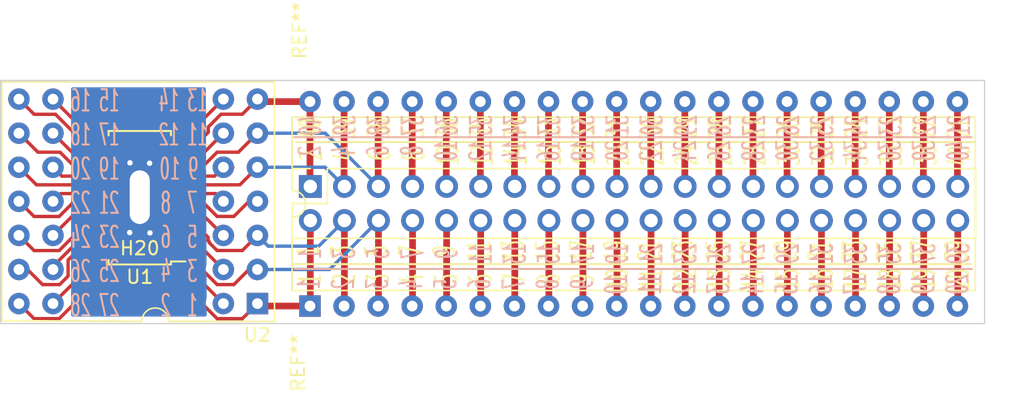
<source format=kicad_pcb>
(kicad_pcb (version 20211014) (generator pcbnew)
  (layers (0 "F.Cu" signal) (31 "B.Cu" signal) (34 "B.Paste" user) (35 "F.Paste" user) (36 "B.SilkS" user "B.Silkscreen") (37 "F.SilkS" user "F.Silkscreen") (38 "B.Mask" user) (39 "F.Mask" user) (44 "Edge.Cuts" user))
  (net 0 "")
  (net 1 "GND")
  (net 2 "LSS")
  (net 3 "VIN")
  (net 4 "/SHA")
  (net 5 "/BSTA")
  (net 6 "/SHB")
  (net 7 "/SHC")
  (net 8 "/BSTB")
  (net 9 "/BSTC")
  (net 10 "/CPB")
  (net 11 "/CPA")
  (net 12 "/GHA")
  (net 13 "/GLA")
  (net 14 "/GHB")
  (net 15 "/GLB")
  (net 16 "/GHC")
  (net 17 "/GLC")
  (net 18 "/HA")
  (net 19 "/HB")
  (net 20 "/HC")
  (net 21 "/VREG")
  (net 22 "/nBRAKE")
  (net 23 "/PWM")
  (net 24 "/DIR")
  (net 25 "/nFAULT")
  (net 26 "/nSLEEP")
  (net 27 "/OCREF")
  (net 28 "/DT")
  (footprint "Connector_PinSocket_2.54mm:PinSocket_2x20_P2.54mm_Vertical" (layer "F.Cu") (at 50.75 45.31 90)
    (fp_text reference "REF**" (at 11.63 -0.79 90) (layer "F.SilkS"))
    (fp_text value "PinSocket_2x20_P2.54mm_Vertical")
    (fp_line (start -3.87 -1.33) (end -1.27 -1.33) (layer "F.SilkS") (width 0.12))
    (fp_line (start 1.33 1.27) (end 1.33 49.59) (layer "F.SilkS") (width 0.12))
    (fp_line (start -3.87 -1.33) (end -3.87 49.59) (layer "F.SilkS") (width 0.12))
    (fp_line (start -1.27 1.27) (end 1.33 1.27) (layer "F.SilkS") (width 0.12))
    (fp_line (start -1.27 -1.33) (end -1.27 1.27) (layer "F.SilkS") (width 0.12))
    (fp_line (start 0 -1.33) (end 1.33 -1.33) (layer "F.SilkS") (width 0.12))
    (fp_line (start -3.87 49.59) (end 1.33 49.59) (layer "F.SilkS") (width 0.12))
    (fp_line (start 1.33 -1.33) (end 1.33 0) (layer "F.SilkS") (width 0.12))
    (pad "1" thru_hole rect (at 0 0 90) (size 1.7 1.7) (drill 1) (layers *.Cu *.Mask))
    (pad "2" thru_hole oval (at -2.54 0 90) (size 1.7 1.7) (drill 1) (layers *.Cu *.Mask))
    (pad "3" thru_hole oval (at 0 2.54 90) (size 1.7 1.7) (drill 1) (layers *.Cu *.Mask) (net 15 "/GLB"))
    (pad "4" thru_hole oval (at -2.54 2.54 90) (size 1.7 1.7) (drill 1) (layers *.Cu *.Mask) (net 13 "/GLA"))
    (pad "5" thru_hole oval (at 0 5.08 90) (size 1.7 1.7) (drill 1) (layers *.Cu *.Mask) (net 7 "/SHC"))
    (pad "6" thru_hole oval (at -2.54 5.08 90) (size 1.7 1.7) (drill 1) (layers *.Cu *.Mask) (net 4 "/SHA"))
    (pad "7" thru_hole oval (at 0 7.62 90) (size 1.7 1.7) (drill 1) (layers *.Cu *.Mask))
    (pad "8" thru_hole oval (at -2.54 7.62 90) (size 1.7 1.7) (drill 1) (layers *.Cu *.Mask))
    (pad "9" thru_hole oval (at 0 10.16 90) (size 1.7 1.7) (drill 1) (layers *.Cu *.Mask))
    (pad "10" thru_hole oval (at -2.54 10.16 90) (size 1.7 1.7) (drill 1) (layers *.Cu *.Mask))
    (pad "11" thru_hole oval (at 0 12.7 90) (size 1.7 1.7) (drill 1) (layers *.Cu *.Mask))
    (pad "12" thru_hole oval (at -2.54 12.7 90) (size 1.7 1.7) (drill 1) (layers *.Cu *.Mask))
    (pad "13" thru_hole oval (at 0 15.24 90) (size 1.7 1.7) (drill 1) (layers *.Cu *.Mask))
    (pad "14" thru_hole oval (at -2.54 15.24 90) (size 1.7 1.7) (drill 1) (layers *.Cu *.Mask))
    (pad "15" thru_hole oval (at 0 17.78 90) (size 1.7 1.7) (drill 1) (layers *.Cu *.Mask))
    (pad "16" thru_hole oval (at -2.54 17.78 90) (size 1.7 1.7) (drill 1) (layers *.Cu *.Mask))
    (pad "17" thru_hole oval (at 0 20.32 90) (size 1.7 1.7) (drill 1) (layers *.Cu *.Mask))
    (pad "18" thru_hole oval (at -2.54 20.32 90) (size 1.7 1.7) (drill 1) (layers *.Cu *.Mask))
    (pad "19" thru_hole oval (at 0 22.86 90) (size 1.7 1.7) (drill 1) (layers *.Cu *.Mask))
    (pad "20" thru_hole oval (at -2.54 22.86 90) (size 1.7 1.7) (drill 1) (layers *.Cu *.Mask))
    (pad "21" thru_hole oval (at 0 25.4 90) (size 1.7 1.7) (drill 1) (layers *.Cu *.Mask))
    (pad "22" thru_hole oval (at -2.54 25.4 90) (size 1.7 1.7) (drill 1) (layers *.Cu *.Mask))
    (pad "23" thru_hole oval (at 0 27.94 90) (size 1.7 1.7) (drill 1) (layers *.Cu *.Mask))
    (pad "24" thru_hole oval (at -2.54 27.94 90) (size 1.7 1.7) (drill 1) (layers *.Cu *.Mask))
    (pad "25" thru_hole oval (at 0 30.48 90) (size 1.7 1.7) (drill 1) (layers *.Cu *.Mask))
    (pad "26" thru_hole oval (at -2.54 30.48 90) (size 1.7 1.7) (drill 1) (layers *.Cu *.Mask))
    (pad "27" thru_hole oval (at 0 33.02 90) (size 1.7 1.7) (drill 1) (layers *.Cu *.Mask))
    (pad "28" thru_hole oval (at -2.54 33.02 90) (size 1.7 1.7) (drill 1) (layers *.Cu *.Mask))
    (pad "29" thru_hole oval (at 0 35.56 90) (size 1.7 1.7) (drill 1) (layers *.Cu *.Mask))
    (pad "30" thru_hole oval (at -2.54 35.56 90) (size 1.7 1.7) (drill 1) (layers *.Cu *.Mask))
    (pad "31" thru_hole oval (at 0 38.1 90) (size 1.7 1.7) (drill 1) (layers *.Cu *.Mask))
    (pad "32" thru_hole oval (at -2.54 38.1 90) (size 1.7 1.7) (drill 1) (layers *.Cu *.Mask))
    (pad "33" thru_hole oval (at 0 40.64 90) (size 1.7 1.7) (drill 1) (layers *.Cu *.Mask))
    (pad "34" thru_hole oval (at -2.54 40.64 90) (size 1.7 1.7) (drill 1) (layers *.Cu *.Mask))
    (pad "35" thru_hole oval (at 0 43.18 90) (size 1.7 1.7) (drill 1) (layers *.Cu *.Mask))
    (pad "36" thru_hole oval (at -2.54 43.18 90) (size 1.7 1.7) (drill 1) (layers *.Cu *.Mask))
    (pad "37" thru_hole oval (at 0 45.72 90) (size 1.7 1.7) (drill 1) (layers *.Cu *.Mask))
    (pad "38" thru_hole oval (at -2.54 45.72 90) (size 1.7 1.7) (drill 1) (layers *.Cu *.Mask))
    (pad "39" thru_hole oval (at 0 48.26 90) (size 1.7 1.7) (drill 1) (layers *.Cu *.Mask))
    (pad "40" thru_hole oval (at -2.54 48.26 90) (size 1.7 1.7) (drill 1) (layers *.Cu *.Mask))
  )
  (footprint "Package_SO:TSSOP-28-1EP_4.4x9.7mm_P0.65mm" (layer "F.Cu") (at 38.037991 46.15025 180)
    (fp_text reference "U1" (at 0 -5.9) (layer "F.SilkS"))
    (fp_text value "MP6532")
    (fp_line (start -2.325 -4.75) (end -3.4 -4.75) (layer "F.SilkS") (width 0.15))
    (fp_line (start -2.325 4.975) (end -2.325 4.65) (layer "F.SilkS") (width 0.15))
    (fp_line (start 2.325 4.975) (end 2.325 4.65) (layer "F.SilkS") (width 0.15))
    (fp_line (start -2.325 -4.975) (end 2.325 -4.975) (layer "F.SilkS") (width 0.15))
    (fp_line (start -2.325 4.975) (end 2.325 4.975) (layer "F.SilkS") (width 0.15))
    (fp_line (start 2.325 -4.975) (end 2.325 -4.65) (layer "F.SilkS") (width 0.15))
    (fp_line (start -2.325 -4.975) (end -2.325 -4.75) (layer "F.SilkS") (width 0.15))
    (pad "1" smd rect (at -2.85 -4.225 180) (size 1.1 0.4) (layers "F.Cu" "F.Paste" "F.Mask") (net 21 "/VREG"))
    (pad "2" smd rect (at -2.85 -3.575 180) (size 1.1 0.4) (layers "F.Cu" "F.Paste" "F.Mask") (net 5 "/BSTA"))
    (pad "3" smd rect (at -2.85 -2.925 180) (size 1.1 0.4) (layers "F.Cu" "F.Paste" "F.Mask") (net 4 "/SHA"))
    (pad "4" smd rect (at -2.85 -2.275 180) (size 1.1 0.4) (layers "F.Cu" "F.Paste" "F.Mask") (net 12 "/GHA"))
    (pad "5" smd rect (at -2.85 -1.625 180) (size 1.1 0.4) (layers "F.Cu" "F.Paste" "F.Mask") (net 13 "/GLA"))
    (pad "6" smd rect (at -2.85 -0.975 180) (size 1.1 0.4) (layers "F.Cu" "F.Paste" "F.Mask") (net 8 "/BSTB"))
    (pad "7" smd rect (at -2.85 -0.325 180) (size 1.1 0.4) (layers "F.Cu" "F.Paste" "F.Mask") (net 6 "/SHB"))
    (pad "8" smd rect (at -2.85 0.325 180) (size 1.1 0.4) (layers "F.Cu" "F.Paste" "F.Mask") (net 14 "/GHB"))
    (pad "9" smd rect (at -2.85 0.975 180) (size 1.1 0.4) (layers "F.Cu" "F.Paste" "F.Mask") (net 15 "/GLB"))
    (pad "10" smd rect (at -2.85 1.625 180) (size 1.1 0.4) (layers "F.Cu" "F.Paste" "F.Mask") (net 9 "/BSTC"))
    (pad "11" smd rect (at -2.85 2.275 180) (size 1.1 0.4) (layers "F.Cu" "F.Paste" "F.Mask") (net 7 "/SHC"))
    (pad "12" smd rect (at -2.85 2.925 180) (size 1.1 0.4) (layers "F.Cu" "F.Paste" "F.Mask") (net 16 "/GHC"))
    (pad "13" smd rect (at -2.85 3.575 180) (size 1.1 0.4) (layers "F.Cu" "F.Paste" "F.Mask") (net 17 "/GLC"))
    (pad "14" smd rect (at -2.85 4.225 180) (size 1.1 0.4) (layers "F.Cu" "F.Paste" "F.Mask") (net 2 "LSS"))
    (pad "15" smd rect (at 2.85 4.225 180) (size 1.1 0.4) (layers "F.Cu" "F.Paste" "F.Mask") (net 20 "/HC"))
    (pad "16" smd rect (at 2.85 3.575 180) (size 1.1 0.4) (layers "F.Cu" "F.Paste" "F.Mask") (net 19 "/HB"))
    (pad "17" smd rect (at 2.85 2.925 180) (size 1.1 0.4) (layers "F.Cu" "F.Paste" "F.Mask") (net 18 "/HA"))
    (pad "18" smd rect (at 2.85 2.275 180) (size 1.1 0.4) (layers "F.Cu" "F.Paste" "F.Mask") (net 22 "/nBRAKE"))
    (pad "19" smd rect (at 2.85 1.625 180) (size 1.1 0.4) (layers "F.Cu" "F.Paste" "F.Mask") (net 23 "/PWM"))
    (pad "20" smd rect (at 2.85 0.975 180) (size 1.1 0.4) (layers "F.Cu" "F.Paste" "F.Mask") (net 24 "/DIR"))
    (pad "21" smd rect (at 2.85 0.325 180) (size 1.1 0.4) (layers "F.Cu" "F.Paste" "F.Mask") (net 25 "/nFAULT"))
    (pad "22" smd rect (at 2.85 -0.325 180) (size 1.1 0.4) (layers "F.Cu" "F.Paste" "F.Mask") (net 26 "/nSLEEP"))
    (pad "23" smd rect (at 2.85 -0.975 180) (size 1.1 0.4) (layers "F.Cu" "F.Paste" "F.Mask") (net 27 "/OCREF"))
    (pad "24" smd rect (at 2.85 -1.625 180) (size 1.1 0.4) (layers "F.Cu" "F.Paste" "F.Mask") (net 28 "/DT"))
    (pad "25" smd rect (at 2.85 -2.275 180) (size 1.1 0.4) (layers "F.Cu" "F.Paste" "F.Mask") (net 1 "GND"))
    (pad "26" smd rect (at 2.85 -2.925 180) (size 1.1 0.4) (layers "F.Cu" "F.Paste" "F.Mask") (net 3 "VIN"))
    (pad "27" smd rect (at 2.85 -3.575 180) (size 1.1 0.4) (layers "F.Cu" "F.Paste" "F.Mask") (net 11 "/CPA"))
    (pad "28" smd rect (at 2.85 -4.225 180) (size 1.1 0.4) (layers "F.Cu" "F.Paste" "F.Mask") (net 10 "/CPB"))
    (pad "29" smd rect (at -0.6 0.77125 180) (size 1.2 1.5425) (layers "F.Cu" "F.Paste" "F.Mask") (net 1 "GND"))
    (pad "29" smd rect (at -0.6 2.31375 180) (size 1.2 1.5425) (layers "F.Cu" "F.Paste" "F.Mask") (net 1 "GND"))
    (pad "29" smd rect (at -0.6 -0.77125 180) (size 1.2 1.5425) (layers "F.Cu" "F.Paste" "F.Mask") (net 1 "GND"))
    (pad "29" smd rect (at 0.6 -0.77125 180) (size 1.2 1.5425) (layers "F.Cu" "F.Paste" "F.Mask") (net 1 "GND"))
    (pad "29" smd rect (at -0.6 -2.31375 180) (size 1.2 1.5425) (layers "F.Cu" "F.Paste" "F.Mask") (net 1 "GND"))
    (pad "29" smd rect (at 0.6 2.31375 180) (size 1.2 1.5425) (layers "F.Cu" "F.Paste" "F.Mask") (net 1 "GND"))
    (pad "29" smd rect (at 0.6 -2.31375 180) (size 1.2 1.5425) (layers "F.Cu" "F.Paste" "F.Mask") (net 1 "GND"))
    (pad "29" smd rect (at 0.6 0.77125 180) (size 1.2 1.5425) (layers "F.Cu" "F.Paste" "F.Mask") (net 1 "GND"))
  )
  (footprint "Library:28-pin-deca" (layer "F.Cu") (at 46.809991 54.039 180)
    (fp_text reference "U2" (at 0.022 -2.33) (layer "F.SilkS"))
    (fp_text value "MP6532")
    (fp_line (start 19.05 16.51) (end 19.05 -1.27) (layer "F.SilkS") (width 0.12))
    (fp_line (start 6.62 -1.33) (end -1.27 -1.33) (layer "F.SilkS") (width 0.12))
    (fp_line (start -1.27 -1.33) (end -1.27 16.51) (layer "F.SilkS") (width 0.12))
    (fp_line (start 19.05 -1.27) (end 8.62 -1.33) (layer "F.SilkS") (width 0.12))
    (fp_line (start -1.27 16.51) (end 19.05 16.51) (layer "F.SilkS") (width 0.12))
    (fp_arc (start 8.62 -1.33) (mid 7.62 -0.33) (end 6.62 -1.33) (layer "F.SilkS") (width 0.12))
    (pad "1" thru_hole rect (at 0 0 180) (size 1.6 1.6) (drill 0.8) (layers *.Cu *.Mask) (net 21 "/VREG"))
    (pad "2" thru_hole oval (at 2.54 0 180) (size 1.6 1.6) (drill 0.8) (layers *.Cu *.Mask) (net 5 "/BSTA"))
    (pad "3" thru_hole oval (at 0 2.54 180) (size 1.6 1.6) (drill 0.8) (layers *.Cu *.Mask) (net 4 "/SHA"))
    (pad "4" thru_hole oval (at 2.54 2.54 180) (size 1.6 1.6) (drill 0.8) (layers *.Cu *.Mask) (net 12 "/GHA"))
    (pad "5" thru_hole oval (at 0 5.08 180) (size 1.6 1.6) (drill 0.8) (layers *.Cu *.Mask) (net 13 "/GLA"))
    (pad "6" thru_hole oval (at 2.54 5.08 180) (size 1.6 1.6) (drill 0.8) (layers *.Cu *.Mask) (net 8 "/BSTB"))
    (pad "7" thru_hole oval (at 0 7.62 180) (size 1.6 1.6) (drill 0.8) (layers *.Cu *.Mask) (net 6 "/SHB"))
    (pad "8" thru_hole oval (at 2.54 7.62 180) (size 1.6 1.6) (drill 0.8) (layers *.Cu *.Mask) (net 14 "/GHB"))
    (pad "9" thru_hole oval (at 0 10.16 180) (size 1.6 1.6) (drill 0.8) (layers *.Cu *.Mask) (net 15 "/GLB"))
    (pad "10" thru_hole oval (at 2.54 10.16 180) (size 1.6 1.6) (drill 0.8) (layers *.Cu *.Mask) (net 9 "/BSTC"))
    (pad "11" thru_hole oval (at 0 12.7 180) (size 1.6 1.6) (drill 0.8) (layers *.Cu *.Mask) (net 7 "/SHC"))
    (pad "12" thru_hole oval (at 2.54 12.7 180) (size 1.6 1.6) (drill 0.8) (layers *.Cu *.Mask) (net 16 "/GHC"))
    (pad "13" thru_hole oval (at 0 15.24 180) (size 1.6 1.6) (drill 0.8) (layers *.Cu *.Mask) (net 17 "/GLC"))
    (pad "14" thru_hole oval (at 2.54 15.24 180) (size 1.6 1.6) (drill 0.8) (layers *.Cu *.Mask) (net 2 "LSS"))
    (pad "15" thru_hole oval (at 15.24 15.24 180) (size 1.6 1.6) (drill 0.8) (layers *.Cu *.Mask) (net 20 "/HC"))
    (pad "16" thru_hole oval (at 17.78 15.24 180) (size 1.6 1.6) (drill 0.8) (layers *.Cu *.Mask) (net 19 "/HB"))
    (pad "17" thru_hole oval (at 15.24 12.7 180) (size 1.6 1.6) (drill 0.8) (layers *.Cu *.Mask) (net 18 "/HA"))
    (pad "18" thru_hole oval (at 17.78 12.7 180) (size 1.6 1.6) (drill 0.8) (layers *.Cu *.Mask) (net 22 "/nBRAKE"))
    (pad "19" thru_hole oval (at 15.24 10.16 180) (size 1.6 1.6) (drill 0.8) (layers *.Cu *.Mask) (net 23 "/PWM"))
    (pad "20" thru_hole oval (at 17.78 10.16 180) (size 1.6 1.6) (drill 0.8) (layers *.Cu *.Mask) (net 24 "/DIR"))
    (pad "21" thru_hole oval (at 15.24 7.62 180) (size 1.6 1.6) (drill 0.8) (layers *.Cu *.Mask) (net 25 "/nFAULT"))
    (pad "22" thru_hole oval (at 17.78 7.62 180) (size 1.6 1.6) (drill 0.8) (layers *.Cu *.Mask) (net 26 "/nSLEEP"))
    (pad "23" thru_hole oval (at 15.24 5.08 180) (size 1.6 1.6) (drill 0.8) (layers *.Cu *.Mask) (net 27 "/OCREF"))
    (pad "24" thru_hole oval (at 17.78 5.08 180) (size 1.6 1.6) (drill 0.8) (layers *.Cu *.Mask) (net 28 "/DT"))
    (pad "25" thru_hole oval (at 15.24 2.54 180) (size 1.6 1.6) (drill 0.8) (layers *.Cu *.Mask) (net 1 "GND"))
    (pad "26" thru_hole oval (at 17.78 2.54 180) (size 1.6 1.6) (drill 0.8) (layers *.Cu *.Mask) (net 3 "VIN"))
    (pad "27" thru_hole oval (at 15.24 0 180) (size 1.6 1.6) (drill 0.8) (layers *.Cu *.Mask) (net 11 "/CPA"))
    (pad "28" thru_hole oval (at 17.78 0 180) (size 1.6 1.6) (drill 0.8) (layers *.Cu *.Mask) (net 10 "/CPB"))
  )
  (footprint "Connector_Pin:Pin_D1.2mm_L10.2mm_W2.9mm_FlatFork" (layer "F.Cu") (at 38.037991 46.109)
    (fp_text reference "H20" (at 0 3.81) (layer "F.SilkS"))
    (fp_text value "MountingHole_Pad" hide)
    (pad "1" thru_hole oval (at 0 0) (size 2 4.5) (drill oval 1.5 4) (layers *.Cu *.Mask) (net 1 "GND"))
  )
  (footprint "Package_DIP:DIP-40_W15.24mm" (layer "F.Cu") (at 50.725 54.225 90)
    (fp_text reference "REF**" (at -4.235 -0.905 90) (layer "F.SilkS"))
    (fp_text value "DIP-40_W15.24mm")
    (fp_line (start 14.08 -1.33) (end 8.62 -1.33) (layer "F.SilkS") (width 0.12))
    (fp_line (start 6.62 -1.33) (end 1.16 -1.33) (layer "F.SilkS") (width 0.12))
    (fp_line (start 1.16 49.59) (end 14.08 49.59) (layer "F.SilkS") (width 0.12))
    (fp_line (start 1.16 -1.33) (end 1.16 49.59) (layer "F.SilkS") (width 0.12))
    (fp_line (start 14.08 49.59) (end 14.08 -1.33) (layer "F.SilkS") (width 0.12))
    (fp_arc (start 8.62 -1.33) (mid 7.62 -0.33) (end 6.62 -1.33) (layer "F.SilkS") (width 0.12))
    (pad "1" thru_hole rect (at 0 0 90) (size 1.6 1.6) (drill 0.8) (layers *.Cu *.Mask) (net 21 "/VREG"))
    (pad "2" thru_hole oval (at 0 2.54 90) (size 1.6 1.6) (drill 0.8) (layers *.Cu *.Mask))
    (pad "3" thru_hole oval (at 0 5.08 90) (size 1.6 1.6) (drill 0.8) (layers *.Cu *.Mask))
    (pad "4" thru_hole oval (at 0 7.62 90) (size 1.6 1.6) (drill 0.8) (layers *.Cu *.Mask))
    (pad "5" thru_hole oval (at 0 10.16 90) (size 1.6 1.6) (drill 0.8) (layers *.Cu *.Mask))
    (pad "6" thru_hole oval (at 0 12.7 90) (size 1.6 1.6) (drill 0.8) (layers *.Cu *.Mask))
    (pad "7" thru_hole oval (at 0 15.24 90) (size 1.6 1.6) (drill 0.8) (layers *.Cu *.Mask))
    (pad "8" thru_hole oval (at 0 17.78 90) (size 1.6 1.6) (drill 0.8) (layers *.Cu *.Mask))
    (pad "9" thru_hole oval (at 0 20.32 90) (size 1.6 1.6) (drill 0.8) (layers *.Cu *.Mask))
    (pad "10" thru_hole oval (at 0 22.86 90) (size 1.6 1.6) (drill 0.8) (layers *.Cu *.Mask))
    (pad "11" thru_hole oval (at 0 25.4 90) (size 1.6 1.6) (drill 0.8) (layers *.Cu *.Mask))
    (pad "12" thru_hole oval (at 0 27.94 90) (size 1.6 1.6) (drill 0.8) (layers *.Cu *.Mask))
    (pad "13" thru_hole oval (at 0 30.48 90) (size 1.6 1.6) (drill 0.8) (layers *.Cu *.Mask))
    (pad "14" thru_hole oval (at 0 33.02 90) (size 1.6 1.6) (drill 0.8) (layers *.Cu *.Mask))
    (pad "15" thru_hole oval (at 0 35.56 90) (size 1.6 1.6) (drill 0.8) (layers *.Cu *.Mask))
    (pad "16" thru_hole oval (at 0 38.1 90) (size 1.6 1.6) (drill 0.8) (layers *.Cu *.Mask))
    (pad "17" thru_hole oval (at 0 40.64 90) (size 1.6 1.6) (drill 0.8) (layers *.Cu *.Mask))
    (pad "18" thru_hole oval (at 0 43.18 90) (size 1.6 1.6) (drill 0.8) (layers *.Cu *.Mask))
    (pad "19" thru_hole oval (at 0 45.72 90) (size 1.6 1.6) (drill 0.8) (layers *.Cu *.Mask))
    (pad "20" thru_hole oval (at 0 48.26 90) (size 1.6 1.6) (drill 0.8) (layers *.Cu *.Mask))
    (pad "21" thru_hole oval (at 15.24 48.26 90) (size 1.6 1.6) (drill 0.8) (layers *.Cu *.Mask))
    (pad "22" thru_hole oval (at 15.24 45.72 90) (size 1.6 1.6) (drill 0.8) (layers *.Cu *.Mask))
    (pad "23" thru_hole oval (at 15.24 43.18 90) (size 1.6 1.6) (drill 0.8) (layers *.Cu *.Mask))
    (pad "24" thru_hole oval (at 15.24 40.64 90) (size 1.6 1.6) (drill 0.8) (layers *.Cu *.Mask))
    (pad "25" thru_hole oval (at 15.24 38.1 90) (size 1.6 1.6) (drill 0.8) (layers *.Cu *.Mask))
    (pad "26" thru_hole oval (at 15.24 35.56 90) (size 1.6 1.6) (drill 0.8) (layers *.Cu *.Mask))
    (pad "27" thru_hole oval (at 15.24 33.02 90) (size 1.6 1.6) (drill 0.8) (layers *.Cu *.Mask))
    (pad "28" thru_hole oval (at 15.24 30.48 90) (size 1.6 1.6) (drill 0.8) (layers *.Cu *.Mask))
    (pad "29" thru_hole oval (at 15.24 27.94 90) (size 1.6 1.6) (drill 0.8) (layers *.Cu *.Mask))
    (pad "30" thru_hole oval (at 15.24 25.4 90) (size 1.6 1.6) (drill 0.8) (layers *.Cu *.Mask))
    (pad "31" thru_hole oval (at 15.24 22.86 90) (size 1.6 1.6) (drill 0.8) (layers *.Cu *.Mask))
    (pad "32" thru_hole oval (at 15.24 20.32 90) (size 1.6 1.6) (drill 0.8) (layers *.Cu *.Mask))
    (pad "33" thru_hole oval (at 15.24 17.78 90) (size 1.6 1.6) (drill 0.8) (layers *.Cu *.Mask))
    (pad "34" thru_hole oval (at 15.24 15.24 90) (size 1.6 1.6) (drill 0.8) (layers *.Cu *.Mask))
    (pad "35" thru_hole oval (at 15.24 12.7 90) (size 1.6 1.6) (drill 0.8) (layers *.Cu *.Mask))
    (pad "36" thru_hole oval (at 15.24 10.16 90) (size 1.6 1.6) (drill 0.8) (layers *.Cu *.Mask))
    (pad "37" thru_hole oval (at 15.24 7.62 90) (size 1.6 1.6) (drill 0.8) (layers *.Cu *.Mask))
    (pad "38" thru_hole oval (at 15.24 5.08 90) (size 1.6 1.6) (drill 0.8) (layers *.Cu *.Mask))
    (pad "39" thru_hole oval (at 15.24 2.54 90) (size 1.6 1.6) (drill 0.8) (layers *.Cu *.Mask))
    (pad "40" thru_hole oval (at 15.24 0 90) (size 1.6 1.6) (drill 0.8) (layers *.Cu *.Mask) (net 17 "/GLC"))
  )
  (gr_line (start 49.57 51.46) (end 100.07 51.46) (layer "B.SilkS") (width 0.15))
  (gr_line (start 49.54 41.64) (end 100.04 41.64) (layer "B.SilkS") (width 0.15))
  (gr_line (start 49.5 51.1) (end 100 51.1) (layer "F.SilkS") (width 0.15))
  (gr_line (start 49.7 42) (end 100.2 42) (layer "F.SilkS") (width 0.15))
  (gr_rect (start 27.67 37.41) (end 101.01 55.53) (layer "Edge.Cuts") (width 0.1) (fill none))
  (gr_text "13 14\n11 12\n 9 10\n 7  8\n 5  6\n 3  4\n 1  2" (at 41.27 46.55) (layer "B.SilkS") (effects (font (size 1.58 0.8)) (justify mirror)))
  (gr_text "1\n2\n3\n4\n5\n6\n7\n8\n9\n10\n11\n12\n13\n14\n15\n16\n17\n18\n19\n20" (at 74.83 52.59 90) (layer "B.SilkS") (effects (font (size 1.58 0.8)) (justify mirror)))
  (gr_text "1\n3\n5\n7\n9\n11\n13\n15\n17\n19\n21\n23\n25\n27\n29\n31\n33\n35\n37\n39" (at 74.92 50.33 90) (layer "B.SilkS") (effects (font (size 1.58 0.8)) (justify mirror)))
  (gr_text "15 16\n17 18\n19 20\n21 22\n23 24\n25 26\n27 28" (at 34.69 46.55) (layer "B.SilkS") (effects (font (size 1.58 0.8)) (justify mirror)))
  (gr_text "2\n4\n6\n8\n10\n12\n14\n16\n18\n20\n22\n24\n26\n28\n30\n32\n34\n36\n38\n40" (at 74.89 42.65 90) (layer "B.SilkS") (effects (font (size 1.58 0.8)) (justify mirror)))
  (gr_text "40\n39\n38\n37\n36\n35\n34\n33\n32\n31\n30\n29\n28\n27\n26\n25\n24\n23\n22\n21" (at 74.95 40.76 90) (layer "B.SilkS") (effects (font (size 1.58 0.8)) (justify mirror)))
  (gr_text "40\n39\n38\n37\n36\n35\n34\n33\n32\n31\n30\n29\n28\n27\n26\n25\n24\n23\n22\n21" (at 74.94 40.97 90) (layer "F.SilkS") (effects (font (size 1.58 0.8))))
  (gr_text "1\n3\n5\n7\n9\n11\n13\n15\n17\n19\n21\n23\n25\n27\n29\n31\n33\n35\n37\n39" (at 74.76 50.09 90) (layer "F.SilkS") (effects (font (size 1.58 0.8))))
  (gr_text "1\n2\n3\n4\n5\n6\n7\n8\n9\n10\n11\n12\n13\n14\n15\n16\n17\n18\n19\n20" (at 74.9 52.2 90) (layer "F.SilkS") (effects (font (size 1.58 0.8))))
  (gr_text "2\n4\n6\n8\n10\n12\n14\n16\n18\n20\n22\n24\n26\n28\n30\n32\n34\n36\n38\n40" (at 75 43 90) (layer "F.SilkS") (effects (font (size 1.58 0.8))))
  (segment (start 99.01 54.2) (end 98.985 54.225) (width 0.5) (layer "F.Cu") (net 0))
  (segment (start 71.045 38.985) (end 71.045 45.285) (width 0.5) (layer "F.Cu") (net 0))
  (segment (start 73.585 38.985) (end 73.585 45.285) (width 0.5) (layer "F.Cu") (net 0))
  (segment (start 68.505 38.985) (end 68.505 45.285) (width 0.5) (layer "F.Cu") (net 0))
  (segment (start 58.345 45.285) (end 58.37 45.31) (width 0.5) (layer "F.Cu") (net 0))
  (segment (start 68.53 47.85) (end 68.53 54.2) (width 0.5) (layer "F.Cu") (net 0))
  (segment (start 96.47 54.2) (end 96.445 54.225) (width 0.5) (layer "F.Cu") (net 0))
  (segment (start 81.23 54.2) (end 81.205 54.225) (width 0.5) (layer "F.Cu") (net 0))
  (segment (start 65.965 38.985) (end 65.965 45.285) (width 0.5) (layer "F.Cu") (net 0))
  (segment (start 73.61 47.85) (end 73.61 54.2) (width 0.5) (layer "F.Cu") (net 0))
  (segment (start 68.505 45.285) (end 68.53 45.31) (width 0.5) (layer "F.Cu") (net 0))
  (segment (start 60.885 38.985) (end 60.885 45.285) (width 0.5) (layer "F.Cu") (net 0))
  (segment (start 78.69 47.85) (end 78.69 54.2) (width 0.5) (layer "F.Cu") (net 0))
  (segment (start 88.825 38.985) (end 88.825 45.285) (width 0.5) (layer "F.Cu") (net 0))
  (segment (start 83.77 54.2) (end 83.745 54.225) (width 0.5) (layer "F.Cu") (net 0))
  (segment (start 78.665 45.285) (end 78.69 45.31) (width 0.5) (layer "F.Cu") (net 0))
  (segment (start 78.665 38.985) (end 78.665 45.285) (width 0.5) (layer "F.Cu") (net 0))
  (segment (start 83.745 38.985) (end 83.745 45.285) (width 0.5) (layer "F.Cu") (net 0))
  (segment (start 86.285 45.285) (end 86.31 45.31) (width 0.5) (layer "F.Cu") (net 0))
  (segment (start 65.965 45.285) (end 65.99 45.31) (width 0.5) (layer "F.Cu") (net 0))
  (segment (start 96.445 45.285) (end 96.47 45.31) (width 0.5) (layer "F.Cu") (net 0))
  (segment (start 63.425 45.285) (end 63.45 45.31) (width 0.5) (layer "F.Cu") (net 0))
  (segment (start 76.125 38.985) (end 76.125 45.285) (width 0.5) (layer "F.Cu") (net 0))
  (segment (start 60.885 45.285) (end 60.91 45.31) (width 0.5) (layer "F.Cu") (net 0))
  (segment (start 63.45 54.2) (end 63.425 54.225) (width 0.5) (layer "F.Cu") (net 0))
  (segment (start 71.07 54.2) (end 71.045 54.225) (width 0.5) (layer "F.Cu") (net 0))
  (segment (start 65.99 54.2) (end 65.965 54.225) (width 0.5) (layer "F.Cu") (net 0))
  (segment (start 83.745 45.285) (end 83.77 45.31) (width 0.5) (layer "F.Cu") (net 0))
  (segment (start 73.61 54.2) (end 73.585 54.225) (width 0.5) (layer "F.Cu") (net 0))
  (segment (start 60.91 54.2) (end 60.885 54.225) (width 0.5) (layer "F.Cu") (net 0))
  (segment (start 68.53 54.2) (end 68.505 54.225) (width 0.5) (layer "F.Cu") (net 0))
  (segment (start 78.69 54.2) (end 78.665 54.225) (width 0.5) (layer "F.Cu") (net 0))
  (segment (start 96.47 47.85) (end 96.47 54.2) (width 0.5) (layer "F.Cu") (net 0))
  (segment (start 91.365 45.285) (end 91.39 45.31) (width 0.5) (layer "F.Cu") (net 0))
  (segment (start 93.905 45.285) (end 93.93 45.31) (width 0.5) (layer "F.Cu") (net 0))
  (segment (start 86.31 54.2) (end 86.285 54.225) (width 0.5) (layer "F.Cu") (net 0))
  (segment (start 93.905 38.985) (end 93.905 45.285) (width 0.5) (layer "F.Cu") (net 0))
  (segment (start 76.15 54.2) (end 76.125 54.225) (width 0.5) (layer "F.Cu") (net 0))
  (segment (start 99.01 47.85) (end 99.01 54.2) (width 0.5) (layer "F.Cu") (net 0))
  (segment (start 81.205 38.985) (end 81.205 45.285) (width 0.5) (layer "F.Cu") (net 0))
  (segment (start 58.37 54.2) (end 58.345 54.225) (width 0.5) (layer "F.Cu") (net 0))
  (segment (start 91.39 47.85) (end 91.39 54.2) (width 0.5) (layer "F.Cu") (net 0))
  (segment (start 60.91 47.85) (end 60.91 54.2) (width 0.5) (layer "F.Cu") (net 0))
  (segment (start 96.445 38.985) (end 96.445 45.285) (width 0.5) (layer "F.Cu") (net 0))
  (segment (start 86.31 47.85) (end 86.31 54.2) (width 0.5) (layer "F.Cu") (net 0))
  (segment (start 63.45 47.85) (end 63.45 54.2) (width 0.5) (layer "F.Cu") (net 0))
  (segment (start 98.985 38.985) (end 98.985 45.285) (width 0.5) (layer "F.Cu") (net 0))
  (segment (start 88.85 47.85) (end 88.85 54.2) (width 0.5) (layer "F.Cu") (net 0))
  (segment (start 71.07 47.85) (end 71.07 54.2) (width 0.5) (layer "F.Cu") (net 0))
  (segment (start 58.345 38.985) (end 58.345 45.285) (width 0.5) (layer "F.Cu") (net 0))
  (segment (start 76.125 45.285) (end 76.15 45.31) (width 0.5) (layer "F.Cu") (net 0))
  (segment (start 91.365 38.985) (end 91.365 45.285) (width 0.5) (layer "F.Cu") (net 0))
  (segment (start 93.93 54.2) (end 93.905 54.225) (width 0.5) (layer "F.Cu") (net 0))
  (segment (start 81.205 45.285) (end 81.23 45.31) (width 0.5) (layer "F.Cu") (net 0))
  (segment (start 73.585 45.285) (end 73.61 45.31) (width 0.5) (layer "F.Cu") (net 0))
  (segment (start 63.425 38.985) (end 63.425 45.285) (width 0.5) (layer "F.Cu") (net 0))
  (segment (start 65.99 47.85) (end 65.99 54.2) (width 0.5) (layer "F.Cu") (net 0))
  (segment (start 93.93 47.85) (end 93.93 54.2) (width 0.5) (layer "F.Cu") (net 0))
  (segment (start 83.77 47.85) (end 83.77 54.2) (width 0.5) (layer "F.Cu") (net 0))
  (segment (start 88.825 45.285) (end 88.85 45.31) (width 0.5) (layer "F.Cu") (net 0))
  (segment (start 58.37 47.85) (end 58.37 54.2) (width 0.5) (layer "F.Cu") (net 0))
  (segment (start 81.23 47.85) (end 81.23 54.2) (width 0.5) (layer "F.Cu") (net 0))
  (segment (start 71.045 45.285) (end 71.07 45.31) (width 0.5) (layer "F.Cu") (net 0))
  (segment (start 88.85 54.2) (end 88.825 54.225) (width 0.5) (layer "F.Cu") (net 0))
  (segment (start 86.285 38.985) (end 86.285 45.285) (width 0.5) (layer "F.Cu") (net 0))
  (segment (start 76.15 47.85) (end 76.15 54.2) (width 0.5) (layer "F.Cu") (net 0))
  (segment (start 91.39 54.2) (end 91.365 54.225) (width 0.5) (layer "F.Cu") (net 0))
  (segment (start 98.985 45.285) (end 99.01 45.31) (width 0.5) (layer "F.Cu") (net 0))
  (segment (start 34.396991 48.44) (end 31.569991 51.267) (width 0.25) (layer "F.Cu") (net 1))
  (segment (start 31.569991 51.267) (end 31.569991 51.499) (width 0.25) (layer "F.Cu") (net 1))
  (segment (start 35.196991 48.44) (end 34.396991 48.44) (width 0.25) (layer "F.Cu") (net 1))
  (via (at 38.797991 48.769) (size 0.8) (drill 0.4) (layers "F.Cu" "B.Cu") (net 1))
  (via (at 37.287991 48.749) (size 0.8) (drill 0.4) (layers "F.Cu" "B.Cu") (net 1))
  (via (at 38.767991 43.579) (size 0.8) (drill 0.4) (layers "F.Cu" "B.Cu") (net 1))
  (via (at 37.307991 43.549) (size 0.8) (drill 0.4) (layers "F.Cu" "B.Cu") (net 1))
  (segment (start 41.128991 41.94) (end 44.269991 38.799) (width 0.25) (layer "F.Cu") (net 2))
  (segment (start 40.896991 41.94) (end 41.128991 41.94) (width 0.25) (layer "F.Cu") (net 2))
  (segment (start 30.790681 52.624) (end 29.665681 51.499) (width 0.25) (layer "F.Cu") (net 3))
  (segment (start 32.694991 50.792) (end 32.694991 51.992) (width 0.25) (layer "F.Cu") (net 3))
  (segment (start 35.196991 49.09) (end 34.396991 49.09) (width 0.25) (layer "F.Cu") (net 3))
  (segment (start 32.062991 52.624) (end 30.790681 52.624) (width 0.25) (layer "F.Cu") (net 3))
  (segment (start 32.694991 51.992) (end 32.062991 52.624) (width 0.25) (layer "F.Cu") (net 3))
  (segment (start 29.665681 51.499) (end 29.029991 51.499) (width 0.25) (layer "F.Cu") (net 3))
  (segment (start 34.396991 49.09) (end 32.694991 50.792) (width 0.25) (layer "F.Cu") (net 3))
  (segment (start 46.174301 51.499) (end 46.809991 51.499) (width 0.25) (layer "F.Cu") (net 4))
  (segment (start 40.896991 49.09) (end 41.696991 49.09) (width 0.25) (layer "F.Cu") (net 4))
  (segment (start 41.696991 49.09) (end 42.221492 49.614501) (width 0.25) (layer "F.Cu") (net 4))
  (segment (start 55.83 47.85) (end 55.83 54.2) (width 0.5) (layer "F.Cu") (net 4))
  (segment (start 42.221492 51.041492) (end 43.804 52.624) (width 0.25) (layer "F.Cu") (net 4))
  (segment (start 45.049301 52.624) (end 46.174301 51.499) (width 0.25) (layer "F.Cu") (net 4))
  (segment (start 42.221492 49.614501) (end 42.221492 51.041492) (width 0.25) (layer "F.Cu") (net 4))
  (segment (start 43.804 52.624) (end 45.049301 52.624) (width 0.25) (layer "F.Cu") (net 4))
  (segment (start 55.83 54.2) (end 55.805 54.225) (width 0.5) (layer "F.Cu") (net 4))
  (segment (start 46.809991 51.499) (end 52.181 51.499) (width 0.25) (layer "B.Cu") (net 4))
  (segment (start 52.181 51.499) (end 55.83 47.85) (width 0.25) (layer "B.Cu") (net 4))
  (segment (start 41.771991 51.541) (end 44.269991 54.039) (width 0.25) (layer "F.Cu") (net 5))
  (segment (start 41.771991 49.815) (end 41.771991 51.541) (width 0.25) (layer "F.Cu") (net 5))
  (segment (start 40.896991 49.74) (end 41.696991 49.74) (width 0.25) (layer "F.Cu") (net 5))
  (segment (start 41.696991 49.74) (end 41.771991 49.815) (width 0.25) (layer "F.Cu") (net 5))
  (segment (start 46.174301 46.419) (end 46.809991 46.419) (width 0.25) (layer "F.Cu") (net 6))
  (segment (start 43.804 47.544) (end 45.049301 47.544) (width 0.25) (layer "F.Cu") (net 6))
  (segment (start 40.896991 46.49) (end 42.75 46.49) (width 0.25) (layer "F.Cu") (net 6))
  (segment (start 42.75 46.49) (end 43.804 47.544) (width 0.25) (layer "F.Cu") (net 6))
  (segment (start 45.049301 47.544) (end 46.174301 46.419) (width 0.25) (layer "F.Cu") (net 6))
  (segment (start 42.668 43.89) (end 43.804 42.754) (width 0.25) (layer "F.Cu") (net 7))
  (segment (start 40.896991 43.89) (end 42.668 43.89) (width 0.25) (layer "F.Cu") (net 7))
  (segment (start 55.805 45.285) (end 55.83 45.31) (width 0.5) (layer "F.Cu") (net 7))
  (segment (start 55.805 38.985) (end 55.805 45.285) (width 0.5) (layer "F.Cu") (net 7))
  (segment (start 45.394991 42.754) (end 46.809991 41.339) (width 0.25) (layer "F.Cu") (net 7))
  (segment (start 43.804 42.754) (end 45.394991 42.754) (width 0.25) (layer "F.Cu") (net 7))
  (segment (start 46.809991 41.339) (end 51.859 41.339) (width 0.25) (layer "B.Cu") (net 7))
  (segment (start 51.859 41.339) (end 55.83 45.31) (width 0.25) (layer "B.Cu") (net 7))
  (segment (start 40.896991 47.14) (end 42.450991 47.14) (width 0.25) (layer "F.Cu") (net 8))
  (segment (start 42.450991 47.14) (end 44.269991 48.959) (width 0.25) (layer "F.Cu") (net 8))
  (segment (start 40.896991 44.54) (end 43.608991 44.54) (width 0.25) (layer "F.Cu") (net 9))
  (segment (start 43.608991 44.54) (end 44.269991 43.879) (width 0.25) (layer "F.Cu") (net 9))
  (segment (start 44.977991 43.879) (end 44.269991 43.879) (width 0.25) (layer "F.Cu") (net 9))
  (segment (start 35.187991 50.37525) (end 35.187991 52.011991) (width 0.25) (layer "F.Cu") (net 10))
  (segment (start 32.035982 55.164) (end 30.154991 55.164) (width 0.25) (layer "F.Cu") (net 10))
  (segment (start 29.240453 54.039) (end 29.029991 54.039) (width 0.25) (layer "F.Cu") (net 10))
  (segment (start 30.154991 55.164) (end 29.029991 54.039) (width 0.25) (layer "F.Cu") (net 10))
  (segment (start 35.187991 52.011991) (end 32.035982 55.164) (width 0.25) (layer "F.Cu") (net 10))
  (segment (start 34.217991 51.391) (end 31.569991 54.039) (width 0.25) (layer "F.Cu") (net 11))
  (segment (start 34.423241 49.74) (end 34.217991 49.94525) (width 0.25) (layer "F.Cu") (net 11))
  (segment (start 34.217991 49.94525) (end 34.217991 51.391) (width 0.25) (layer "F.Cu") (net 11))
  (segment (start 35.196991 49.74) (end 34.423241 49.74) (width 0.25) (layer "F.Cu") (net 11))
  (segment (start 42.670993 49.900002) (end 44.269991 51.499) (width 0.25) (layer "F.Cu") (net 12))
  (segment (start 41.823991 48.44) (end 42.670993 49.287002) (width 0.25) (layer "F.Cu") (net 12))
  (segment (start 40.896991 48.44) (end 41.823991 48.44) (width 0.25) (layer "F.Cu") (net 12))
  (segment (start 42.670993 49.287002) (end 42.670993 49.900002) (width 0.25) (layer "F.Cu") (net 12))
  (segment (start 43.126991 49.093) (end 43.126991 49.33793) (width 0.25) (layer "F.Cu") (net 13))
  (segment (start 43.205494 49.416433) (end 43.205494 49.485494) (width 0.25) (layer "F.Cu") (net 13))
  (segment (start 40.896991 47.79) (end 41.823991 47.79) (width 0.25) (layer "F.Cu") (net 13))
  (segment (start 45.684991 50.084) (end 46.809991 48.959) (width 0.25) (layer "F.Cu") (net 13))
  (segment (start 43.205494 49.485494) (end 43.804 50.084) (width 0.25) (layer "F.Cu") (net 13))
  (segment (start 53.29 54.2) (end 53.265 54.225) (width 0.5) (layer "F.Cu") (net 13))
  (segment (start 41.823991 47.79) (end 43.126991 49.093) (width 0.25) (layer "F.Cu") (net 13))
  (segment (start 53.29 47.85) (end 53.29 54.2) (width 0.5) (layer "F.Cu") (net 13))
  (segment (start 43.126991 49.33793) (end 43.205494 49.416433) (width 0.25) (layer "F.Cu") (net 13))
  (segment (start 43.804 50.084) (end 45.684991 50.084) (width 0.25) (layer "F.Cu") (net 13))
  (segment (start 51.381001 49.758999) (end 53.29 47.85) (width 0.25) (layer "B.Cu") (net 13))
  (segment (start 47.60999 49.758999) (end 51.381001 49.758999) (width 0.25) (layer "B.Cu") (net 13))
  (segment (start 46.809991 48.959) (end 47.60999 49.758999) (width 0.25) (layer "B.Cu") (net 13))
  (segment (start 43.690991 45.84) (end 44.269991 46.419) (width 0.25) (layer "F.Cu") (net 14))
  (segment (start 40.896991 45.84) (end 43.690991 45.84) (width 0.25) (layer "F.Cu") (net 14))
  (segment (start 53.265 38.985) (end 53.265 45.285) (width 0.5) (layer "F.Cu") (net 15))
  (segment (start 45.498991 45.19) (end 46.809991 43.879) (width 0.25) (layer "F.Cu") (net 15))
  (segment (start 40.896991 45.19) (end 45.498991 45.19) (width 0.25) (layer "F.Cu") (net 15))
  (segment (start 53.265 45.285) (end 53.29 45.31) (width 0.5) (layer "F.Cu") (net 15))
  (segment (start 46.809991 43.879) (end 51.859 43.879) (width 0.25) (layer "B.Cu") (net 15))
  (segment (start 51.859 43.879) (end 53.29 45.31) (width 0.25) (layer "B.Cu") (net 15))
  (segment (start 40.896991 43.24) (end 42.368991 43.24) (width 0.25) (layer "F.Cu") (net 16))
  (segment (start 42.368991 43.24) (end 44.269991 41.339) (width 0.25) (layer "F.Cu") (net 16))
  (segment (start 41.823991 42.59) (end 43.144991 41.269) (width 0.25) (layer "F.Cu") (net 17))
  (segment (start 46.995991 38.985) (end 46.809991 38.799) (width 0.5) (layer "F.Cu") (net 17))
  (segment (start 40.896991 42.59) (end 41.823991 42.59) (width 0.25) (layer "F.Cu") (net 17))
  (segment (start 43.144991 40.873009) (end 44.094 39.924) (width 0.25) (layer "F.Cu") (net 17))
  (segment (start 45.684991 39.924) (end 46.809991 38.799) (width 0.25) (layer "F.Cu") (net 17))
  (segment (start 50.725 38.985) (end 50.725 45.285) (width 0.5) (layer "F.Cu") (net 17))
  (segment (start 50.725 45.285) (end 50.75 45.31) (width 0.5) (layer "F.Cu") (net 17))
  (segment (start 44.094 39.924) (end 45.684991 39.924) (width 0.25) (layer "F.Cu") (net 17))
  (segment (start 50.725 38.985) (end 46.995991 38.985) (width 0.5) (layer "F.Cu") (net 17))
  (segment (start 43.144991 41.269) (end 43.144991 40.873009) (width 0.25) (layer "F.Cu") (net 17))
  (segment (start 33.470991 43.24) (end 31.569991 41.339) (width 0.25) (layer "F.Cu") (net 18))
  (segment (start 35.196991 43.24) (end 33.470991 43.24) (width 0.25) (layer "F.Cu") (net 18))
  (segment (start 34.397232 42.57525) (end 31.751982 39.93) (width 0.25) (layer "F.Cu") (net 19))
  (segment (start 31.751982 39.93) (end 30.160991 39.93) (width 0.25) (layer "F.Cu") (net 19))
  (segment (start 35.187991 42.57525) (end 34.397232 42.57525) (width 0.25) (layer "F.Cu") (net 19))
  (segment (start 30.160991 39.93) (end 29.029991 38.799) (width 0.25) (layer "F.Cu") (net 19))
  (segment (start 34.710991 41.94) (end 31.569991 38.799) (width 0.25) (layer "F.Cu") (net 20))
  (segment (start 35.196991 41.94) (end 34.710991 41.94) (width 0.25) (layer "F.Cu") (net 20))
  (segment (start 50.75 54.2) (end 50.725 54.225) (width 0.5) (layer "F.Cu") (net 21))
  (segment (start 43.804 55.164) (end 45.684991 55.164) (width 0.25) (layer "F.Cu") (net 21))
  (segment (start 46.995991 54.225) (end 46.809991 54.039) (width 0.5) (layer "F.Cu") (net 21))
  (segment (start 50.75 47.85) (end 50.75 54.2) (width 0.5) (layer "F.Cu") (net 21))
  (segment (start 45.684991 55.164) (end 46.809991 54.039) (width 0.25) (layer "F.Cu") (net 21))
  (segment (start 40.896991 52.256991) (end 43.804 55.164) (width 0.25) (layer "F.Cu") (net 21))
  (segment (start 40.896991 50.39) (end 40.896991 52.256991) (width 0.25) (layer "F.Cu") (net 21))
  (segment (start 50.725 54.225) (end 46.995991 54.225) (width 0.5) (layer "F.Cu") (net 21))
  (segment (start 35.196991 43.89) (end 33.231991 43.89) (width 0.25) (layer "F.Cu") (net 22))
  (segment (start 33.231991 43.89) (end 32.095991 42.754) (width 0.25) (layer "F.Cu") (net 22))
  (segment (start 32.095991 42.754) (end 30.444991 42.754) (width 0.25) (layer "F.Cu") (net 22))
  (segment (start 30.444991 42.754) (end 29.029991 41.339) (width 0.25) (layer "F.Cu") (net 22))
  (segment (start 32.230991 44.54) (end 31.569991 43.879) (width 0.25) (layer "F.Cu") (net 23))
  (segment (start 35.196991 44.54) (end 32.230991 44.54) (width 0.25) (layer "F.Cu") (net 23))
  (segment (start 35.196991 45.19) (end 30.340991 45.19) (width 0.25) (layer "F.Cu") (net 24))
  (segment (start 30.340991 45.19) (end 29.029991 43.879) (width 0.25) (layer "F.Cu") (net 24))
  (segment (start 32.148991 45.84) (end 31.569991 46.419) (width 0.25) (layer "F.Cu") (net 25))
  (segment (start 35.196991 45.84) (end 32.148991 45.84) (width 0.25) (layer "F.Cu") (net 25))
  (segment (start 33.089982 46.49) (end 32.030982 47.549) (width 0.25) (layer "F.Cu") (net 26))
  (segment (start 35.196991 46.49) (end 33.089982 46.49) (width 0.25) (layer "F.Cu") (net 26))
  (segment (start 30.159991 47.549) (end 29.029991 46.419) (width 0.25) (layer "F.Cu") (net 26))
  (segment (start 32.030982 47.549) (end 30.159991 47.549) (width 0.25) (layer "F.Cu") (net 26))
  (segment (start 33.388991 47.14) (end 31.569991 48.959) (width 0.25) (layer "F.Cu") (net 27))
  (segment (start 35.196991 47.14) (end 33.388991 47.14) (width 0.25) (layer "F.Cu") (net 27))
  (segment (start 34.329982 47.79) (end 32.030982 50.089) (width 0.25) (layer "F.Cu") (net 28))
  (segment (start 30.159991 50.089) (end 29.029991 48.959) (width 0.25) (layer "F.Cu") (net 28))
  (segment (start 32.030982 50.089) (end 30.159991 50.089) (width 0.25) (layer "F.Cu") (net 28))
  (segment (start 35.196991 47.79) (end 34.329982 47.79) (width 0.25) (layer "F.Cu") (net 28))
  (zone (net 1) (net_name "GND") (layer "B.Cu") (connect_pads (clearance 0.508)) (min_thickness 0.254) (fill yes (thermal_gap 0.508) (thermal_bridge_width 0.508))
    (polygon (pts (xy 43.03 55.01) (xy 32.92 55.01) (xy 32.92 37.79) (xy 42.43 37.72) (xy 42.96 37.72)))
  )
)
</source>
